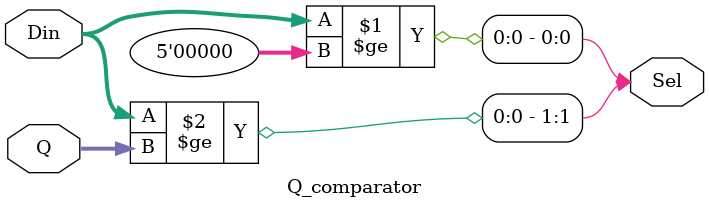
<source format=v>
module Q_comparator(
    input   signed  [4:0]   Q,
    input   signed  [4:0]   Din,
    output          [1:0]   Sel
);


assign  Sel[0] = (Din >= $signed(5'd0));
assign  Sel[1] = (Din >= Q);

endmodule


</source>
